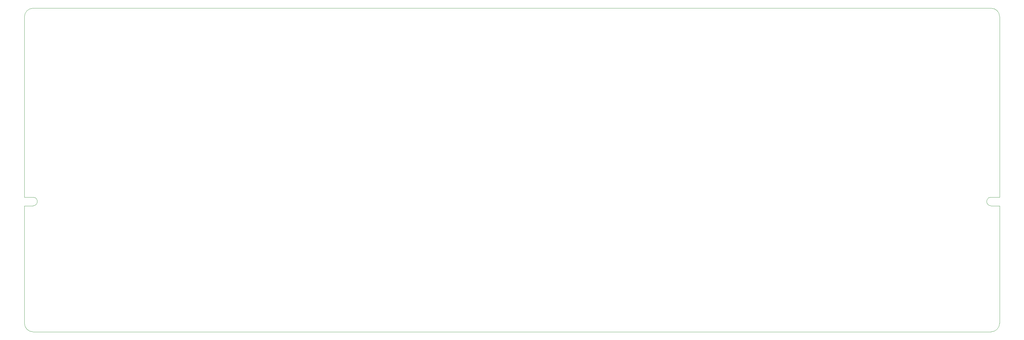
<source format=gbr>
%TF.GenerationSoftware,KiCad,Pcbnew,(5.1.8)-1*%
%TF.CreationDate,2021-02-19T01:39:29-05:00*%
%TF.ProjectId,ergo_60_case,6572676f-5f36-4305-9f63-6173652e6b69,rev?*%
%TF.SameCoordinates,Original*%
%TF.FileFunction,Profile,NP*%
%FSLAX46Y46*%
G04 Gerber Fmt 4.6, Leading zero omitted, Abs format (unit mm)*
G04 Created by KiCad (PCBNEW (5.1.8)-1) date 2021-02-19 01:39:29*
%MOMM*%
%LPD*%
G01*
G04 APERTURE LIST*
%TA.AperFunction,Profile*%
%ADD10C,0.050000*%
%TD*%
G04 APERTURE END LIST*
D10*
X348900000Y-134220000D02*
X348911085Y-168564896D01*
X346399999Y-134224070D02*
X348900000Y-134220000D01*
X346400001Y-131724070D02*
X348902358Y-131724070D01*
X348911085Y-168564896D02*
G75*
G02*
X346406238Y-171069745I-2504848J-1D01*
G01*
X66402064Y-131724071D02*
G75*
G02*
X66402066Y-134224069I1J-1249999D01*
G01*
X66401828Y-171069747D02*
X346406237Y-171069746D01*
X63902066Y-168573610D02*
X63902065Y-134224070D01*
X63903601Y-78972100D02*
X63903707Y-131724070D01*
X346402358Y-76473871D02*
X66401827Y-76473872D01*
X348902358Y-131724070D02*
X348902357Y-78885928D01*
X346399999Y-134224070D02*
G75*
G02*
X346400001Y-131724070I1J1250000D01*
G01*
X63903601Y-78972100D02*
G75*
G02*
X66401827Y-76473872I2498227J1D01*
G01*
X66392349Y-171069747D02*
X66401828Y-171069747D01*
X346402358Y-76473871D02*
X346447899Y-76473938D01*
X346447899Y-76473938D02*
G75*
G02*
X348902357Y-78885928I42101J-2411990D01*
G01*
X66392349Y-171069747D02*
G75*
G02*
X63902066Y-168573610I9479J2499747D01*
G01*
X63902065Y-134224070D02*
X66402065Y-134224070D01*
X66402065Y-131724070D02*
X63903707Y-131724070D01*
M02*

</source>
